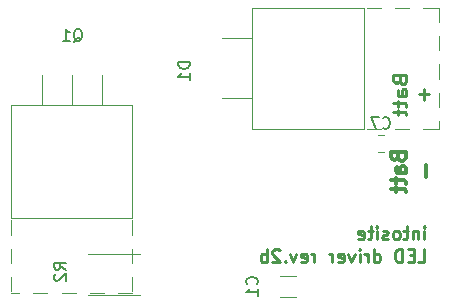
<source format=gbr>
%TF.GenerationSoftware,KiCad,Pcbnew,(5.1.9-0-10_14)*%
%TF.CreationDate,2021-03-17T00:33:25+08:00*%
%TF.ProjectId,xhp70-driver,78687037-302d-4647-9269-7665722e6b69,rev?*%
%TF.SameCoordinates,Original*%
%TF.FileFunction,Legend,Bot*%
%TF.FilePolarity,Positive*%
%FSLAX46Y46*%
G04 Gerber Fmt 4.6, Leading zero omitted, Abs format (unit mm)*
G04 Created by KiCad (PCBNEW (5.1.9-0-10_14)) date 2021-03-17 00:33:25*
%MOMM*%
%LPD*%
G01*
G04 APERTURE LIST*
%ADD10C,0.275000*%
%ADD11C,0.312500*%
%ADD12C,0.120000*%
%ADD13C,0.150000*%
G04 APERTURE END LIST*
D10*
X153309345Y-71035119D02*
X153309345Y-70301785D01*
X153309345Y-69935119D02*
X153361726Y-69987500D01*
X153309345Y-70039880D01*
X153256964Y-69987500D01*
X153309345Y-69935119D01*
X153309345Y-70039880D01*
X152785535Y-70301785D02*
X152785535Y-71035119D01*
X152785535Y-70406547D02*
X152733154Y-70354166D01*
X152628392Y-70301785D01*
X152471250Y-70301785D01*
X152366488Y-70354166D01*
X152314107Y-70458928D01*
X152314107Y-71035119D01*
X151947440Y-70301785D02*
X151528392Y-70301785D01*
X151790297Y-69935119D02*
X151790297Y-70877976D01*
X151737916Y-70982738D01*
X151633154Y-71035119D01*
X151528392Y-71035119D01*
X151004583Y-71035119D02*
X151109345Y-70982738D01*
X151161726Y-70930357D01*
X151214107Y-70825595D01*
X151214107Y-70511309D01*
X151161726Y-70406547D01*
X151109345Y-70354166D01*
X151004583Y-70301785D01*
X150847440Y-70301785D01*
X150742678Y-70354166D01*
X150690297Y-70406547D01*
X150637916Y-70511309D01*
X150637916Y-70825595D01*
X150690297Y-70930357D01*
X150742678Y-70982738D01*
X150847440Y-71035119D01*
X151004583Y-71035119D01*
X150218869Y-70982738D02*
X150114107Y-71035119D01*
X149904583Y-71035119D01*
X149799821Y-70982738D01*
X149747440Y-70877976D01*
X149747440Y-70825595D01*
X149799821Y-70720833D01*
X149904583Y-70668452D01*
X150061726Y-70668452D01*
X150166488Y-70616071D01*
X150218869Y-70511309D01*
X150218869Y-70458928D01*
X150166488Y-70354166D01*
X150061726Y-70301785D01*
X149904583Y-70301785D01*
X149799821Y-70354166D01*
X149276011Y-71035119D02*
X149276011Y-70301785D01*
X149276011Y-69935119D02*
X149328392Y-69987500D01*
X149276011Y-70039880D01*
X149223630Y-69987500D01*
X149276011Y-69935119D01*
X149276011Y-70039880D01*
X148909345Y-70301785D02*
X148490297Y-70301785D01*
X148752202Y-69935119D02*
X148752202Y-70877976D01*
X148699821Y-70982738D01*
X148595059Y-71035119D01*
X148490297Y-71035119D01*
X147704583Y-70982738D02*
X147809345Y-71035119D01*
X148018869Y-71035119D01*
X148123630Y-70982738D01*
X148176011Y-70877976D01*
X148176011Y-70458928D01*
X148123630Y-70354166D01*
X148018869Y-70301785D01*
X147809345Y-70301785D01*
X147704583Y-70354166D01*
X147652202Y-70458928D01*
X147652202Y-70563690D01*
X148176011Y-70668452D01*
X152785535Y-72960119D02*
X153309345Y-72960119D01*
X153309345Y-71860119D01*
X152418869Y-72383928D02*
X152052202Y-72383928D01*
X151895059Y-72960119D02*
X152418869Y-72960119D01*
X152418869Y-71860119D01*
X151895059Y-71860119D01*
X151423630Y-72960119D02*
X151423630Y-71860119D01*
X151161726Y-71860119D01*
X151004583Y-71912500D01*
X150899821Y-72017261D01*
X150847440Y-72122023D01*
X150795059Y-72331547D01*
X150795059Y-72488690D01*
X150847440Y-72698214D01*
X150899821Y-72802976D01*
X151004583Y-72907738D01*
X151161726Y-72960119D01*
X151423630Y-72960119D01*
X149014107Y-72960119D02*
X149014107Y-71860119D01*
X149014107Y-72907738D02*
X149118869Y-72960119D01*
X149328392Y-72960119D01*
X149433154Y-72907738D01*
X149485535Y-72855357D01*
X149537916Y-72750595D01*
X149537916Y-72436309D01*
X149485535Y-72331547D01*
X149433154Y-72279166D01*
X149328392Y-72226785D01*
X149118869Y-72226785D01*
X149014107Y-72279166D01*
X148490297Y-72960119D02*
X148490297Y-72226785D01*
X148490297Y-72436309D02*
X148437916Y-72331547D01*
X148385535Y-72279166D01*
X148280773Y-72226785D01*
X148176011Y-72226785D01*
X147809345Y-72960119D02*
X147809345Y-72226785D01*
X147809345Y-71860119D02*
X147861726Y-71912500D01*
X147809345Y-71964880D01*
X147756964Y-71912500D01*
X147809345Y-71860119D01*
X147809345Y-71964880D01*
X147390297Y-72226785D02*
X147128392Y-72960119D01*
X146866488Y-72226785D01*
X146028392Y-72907738D02*
X146133154Y-72960119D01*
X146342678Y-72960119D01*
X146447440Y-72907738D01*
X146499821Y-72802976D01*
X146499821Y-72383928D01*
X146447440Y-72279166D01*
X146342678Y-72226785D01*
X146133154Y-72226785D01*
X146028392Y-72279166D01*
X145976011Y-72383928D01*
X145976011Y-72488690D01*
X146499821Y-72593452D01*
X145504583Y-72960119D02*
X145504583Y-72226785D01*
X145504583Y-72436309D02*
X145452202Y-72331547D01*
X145399821Y-72279166D01*
X145295059Y-72226785D01*
X145190297Y-72226785D01*
X143985535Y-72960119D02*
X143985535Y-72226785D01*
X143985535Y-72436309D02*
X143933154Y-72331547D01*
X143880773Y-72279166D01*
X143776011Y-72226785D01*
X143671250Y-72226785D01*
X142885535Y-72907738D02*
X142990297Y-72960119D01*
X143199821Y-72960119D01*
X143304583Y-72907738D01*
X143356964Y-72802976D01*
X143356964Y-72383928D01*
X143304583Y-72279166D01*
X143199821Y-72226785D01*
X142990297Y-72226785D01*
X142885535Y-72279166D01*
X142833154Y-72383928D01*
X142833154Y-72488690D01*
X143356964Y-72593452D01*
X142466488Y-72226785D02*
X142204583Y-72960119D01*
X141942678Y-72226785D01*
X141523630Y-72855357D02*
X141471250Y-72907738D01*
X141523630Y-72960119D01*
X141576011Y-72907738D01*
X141523630Y-72855357D01*
X141523630Y-72960119D01*
X141052202Y-71964880D02*
X140999821Y-71912500D01*
X140895059Y-71860119D01*
X140633154Y-71860119D01*
X140528392Y-71912500D01*
X140476011Y-71964880D01*
X140423630Y-72069642D01*
X140423630Y-72174404D01*
X140476011Y-72331547D01*
X141104583Y-72960119D01*
X140423630Y-72960119D01*
X139952202Y-72960119D02*
X139952202Y-71860119D01*
X139952202Y-72279166D02*
X139847440Y-72226785D01*
X139637916Y-72226785D01*
X139533154Y-72279166D01*
X139480773Y-72331547D01*
X139428392Y-72436309D01*
X139428392Y-72750595D01*
X139480773Y-72855357D01*
X139533154Y-72907738D01*
X139637916Y-72960119D01*
X139847440Y-72960119D01*
X139952202Y-72907738D01*
D11*
X151066964Y-64059523D02*
X151126488Y-64238095D01*
X151186011Y-64297619D01*
X151305059Y-64357142D01*
X151483630Y-64357142D01*
X151602678Y-64297619D01*
X151662202Y-64238095D01*
X151721726Y-64119047D01*
X151721726Y-63642857D01*
X150471726Y-63642857D01*
X150471726Y-64059523D01*
X150531250Y-64178571D01*
X150590773Y-64238095D01*
X150709821Y-64297619D01*
X150828869Y-64297619D01*
X150947916Y-64238095D01*
X151007440Y-64178571D01*
X151066964Y-64059523D01*
X151066964Y-63642857D01*
X151721726Y-65428571D02*
X151066964Y-65428571D01*
X150947916Y-65369047D01*
X150888392Y-65250000D01*
X150888392Y-65011904D01*
X150947916Y-64892857D01*
X151662202Y-65428571D02*
X151721726Y-65309523D01*
X151721726Y-65011904D01*
X151662202Y-64892857D01*
X151543154Y-64833333D01*
X151424107Y-64833333D01*
X151305059Y-64892857D01*
X151245535Y-65011904D01*
X151245535Y-65309523D01*
X151186011Y-65428571D01*
X150888392Y-65845238D02*
X150888392Y-66321428D01*
X150471726Y-66023809D02*
X151543154Y-66023809D01*
X151662202Y-66083333D01*
X151721726Y-66202380D01*
X151721726Y-66321428D01*
X150888392Y-66559523D02*
X150888392Y-67035714D01*
X150471726Y-66738095D02*
X151543154Y-66738095D01*
X151662202Y-66797619D01*
X151721726Y-66916666D01*
X151721726Y-67035714D01*
X153433035Y-64773809D02*
X153433035Y-65726190D01*
D10*
X151208928Y-57559523D02*
X151261309Y-57738095D01*
X151313690Y-57797619D01*
X151418452Y-57857142D01*
X151575595Y-57857142D01*
X151680357Y-57797619D01*
X151732738Y-57738095D01*
X151785119Y-57619047D01*
X151785119Y-57142857D01*
X150685119Y-57142857D01*
X150685119Y-57559523D01*
X150737500Y-57678571D01*
X150789880Y-57738095D01*
X150894642Y-57797619D01*
X150999404Y-57797619D01*
X151104166Y-57738095D01*
X151156547Y-57678571D01*
X151208928Y-57559523D01*
X151208928Y-57142857D01*
X151785119Y-58928571D02*
X151208928Y-58928571D01*
X151104166Y-58869047D01*
X151051785Y-58750000D01*
X151051785Y-58511904D01*
X151104166Y-58392857D01*
X151732738Y-58928571D02*
X151785119Y-58809523D01*
X151785119Y-58511904D01*
X151732738Y-58392857D01*
X151627976Y-58333333D01*
X151523214Y-58333333D01*
X151418452Y-58392857D01*
X151366071Y-58511904D01*
X151366071Y-58809523D01*
X151313690Y-58928571D01*
X151051785Y-59345238D02*
X151051785Y-59821428D01*
X150685119Y-59523809D02*
X151627976Y-59523809D01*
X151732738Y-59583333D01*
X151785119Y-59702380D01*
X151785119Y-59821428D01*
X151051785Y-60059523D02*
X151051785Y-60535714D01*
X150685119Y-60238095D02*
X151627976Y-60238095D01*
X151732738Y-60297619D01*
X151785119Y-60416666D01*
X151785119Y-60535714D01*
X153291071Y-58273809D02*
X153291071Y-59226190D01*
X153710119Y-58750000D02*
X152872023Y-58750000D01*
D12*
%TO.C,C7*%
X149861252Y-62165000D02*
X149338748Y-62165000D01*
X149861252Y-63635000D02*
X149338748Y-63635000D01*
%TO.C,Q1*%
X120920000Y-57150000D02*
X120920000Y-59690000D01*
X123460000Y-57150000D02*
X123460000Y-59690000D01*
X126000000Y-57150000D02*
X126000000Y-59690000D01*
X118340000Y-74220000D02*
X118340000Y-75420000D01*
X118340000Y-71820000D02*
X118340000Y-73020000D01*
X118340000Y-69420000D02*
X118340000Y-70620000D01*
X128580000Y-74220000D02*
X128580000Y-75420000D01*
X128580000Y-71820000D02*
X128580000Y-73020000D01*
X128580000Y-69420000D02*
X128580000Y-70620000D01*
X118980000Y-75580000D02*
X118340000Y-75580000D01*
X121380000Y-75580000D02*
X120180000Y-75580000D01*
X123780000Y-75580000D02*
X122580000Y-75580000D01*
X126181000Y-75580000D02*
X124980000Y-75580000D01*
X128580000Y-75580000D02*
X127380000Y-75580000D01*
X118340000Y-59690000D02*
X118340000Y-69180000D01*
X128580000Y-59690000D02*
X128580000Y-69180000D01*
X128580000Y-69180000D02*
X118340000Y-69180000D01*
X128580000Y-59690000D02*
X118340000Y-59690000D01*
%TO.C,D1*%
X136165000Y-59080000D02*
X138690000Y-59080000D01*
X136150000Y-54000000D02*
X138690000Y-54000000D01*
X153220000Y-61660000D02*
X154420000Y-61660000D01*
X150820000Y-61660000D02*
X152020000Y-61660000D01*
X148420000Y-61660000D02*
X149620000Y-61660000D01*
X153220000Y-51420000D02*
X154420000Y-51420000D01*
X150820000Y-51420000D02*
X152020000Y-51420000D01*
X148420000Y-51420000D02*
X149620000Y-51420000D01*
X154580000Y-61020000D02*
X154580000Y-61660000D01*
X154580000Y-58620000D02*
X154580000Y-59820000D01*
X154580000Y-56220000D02*
X154580000Y-57420000D01*
X154580000Y-53819000D02*
X154580000Y-55020000D01*
X154580000Y-51420000D02*
X154580000Y-52620000D01*
X138690000Y-61660000D02*
X148180000Y-61660000D01*
X138690000Y-51420000D02*
X148180000Y-51420000D01*
X148180000Y-51420000D02*
X148180000Y-61660000D01*
X138690000Y-51420000D02*
X138690000Y-61660000D01*
%TO.C,R2*%
X129214564Y-72290000D02*
X124860436Y-72290000D01*
X129214564Y-75710000D02*
X124860436Y-75710000D01*
%TO.C,C1*%
X141038748Y-75910000D02*
X142461252Y-75910000D01*
X141038748Y-74090000D02*
X142461252Y-74090000D01*
%TO.C,C7*%
D13*
X149766666Y-61577142D02*
X149814285Y-61624761D01*
X149957142Y-61672380D01*
X150052380Y-61672380D01*
X150195238Y-61624761D01*
X150290476Y-61529523D01*
X150338095Y-61434285D01*
X150385714Y-61243809D01*
X150385714Y-61100952D01*
X150338095Y-60910476D01*
X150290476Y-60815238D01*
X150195238Y-60720000D01*
X150052380Y-60672380D01*
X149957142Y-60672380D01*
X149814285Y-60720000D01*
X149766666Y-60767619D01*
X149433333Y-60672380D02*
X148766666Y-60672380D01*
X149195238Y-61672380D01*
%TO.C,Q1*%
X123595238Y-54297619D02*
X123690476Y-54250000D01*
X123785714Y-54154761D01*
X123928571Y-54011904D01*
X124023809Y-53964285D01*
X124119047Y-53964285D01*
X124071428Y-54202380D02*
X124166666Y-54154761D01*
X124261904Y-54059523D01*
X124309523Y-53869047D01*
X124309523Y-53535714D01*
X124261904Y-53345238D01*
X124166666Y-53250000D01*
X124071428Y-53202380D01*
X123880952Y-53202380D01*
X123785714Y-53250000D01*
X123690476Y-53345238D01*
X123642857Y-53535714D01*
X123642857Y-53869047D01*
X123690476Y-54059523D01*
X123785714Y-54154761D01*
X123880952Y-54202380D01*
X124071428Y-54202380D01*
X122690476Y-54202380D02*
X123261904Y-54202380D01*
X122976190Y-54202380D02*
X122976190Y-53202380D01*
X123071428Y-53345238D01*
X123166666Y-53440476D01*
X123261904Y-53488095D01*
%TO.C,D1*%
X133452380Y-56011904D02*
X132452380Y-56011904D01*
X132452380Y-56250000D01*
X132500000Y-56392857D01*
X132595238Y-56488095D01*
X132690476Y-56535714D01*
X132880952Y-56583333D01*
X133023809Y-56583333D01*
X133214285Y-56535714D01*
X133309523Y-56488095D01*
X133404761Y-56392857D01*
X133452380Y-56250000D01*
X133452380Y-56011904D01*
X133452380Y-57535714D02*
X133452380Y-56964285D01*
X133452380Y-57250000D02*
X132452380Y-57250000D01*
X132595238Y-57154761D01*
X132690476Y-57059523D01*
X132738095Y-56964285D01*
%TO.C,R2*%
X122952380Y-73583333D02*
X122476190Y-73250000D01*
X122952380Y-73011904D02*
X121952380Y-73011904D01*
X121952380Y-73392857D01*
X122000000Y-73488095D01*
X122047619Y-73535714D01*
X122142857Y-73583333D01*
X122285714Y-73583333D01*
X122380952Y-73535714D01*
X122428571Y-73488095D01*
X122476190Y-73392857D01*
X122476190Y-73011904D01*
X122047619Y-73964285D02*
X122000000Y-74011904D01*
X121952380Y-74107142D01*
X121952380Y-74345238D01*
X122000000Y-74440476D01*
X122047619Y-74488095D01*
X122142857Y-74535714D01*
X122238095Y-74535714D01*
X122380952Y-74488095D01*
X122952380Y-73916666D01*
X122952380Y-74535714D01*
%TO.C,C1*%
X139107142Y-74833333D02*
X139154761Y-74785714D01*
X139202380Y-74642857D01*
X139202380Y-74547619D01*
X139154761Y-74404761D01*
X139059523Y-74309523D01*
X138964285Y-74261904D01*
X138773809Y-74214285D01*
X138630952Y-74214285D01*
X138440476Y-74261904D01*
X138345238Y-74309523D01*
X138250000Y-74404761D01*
X138202380Y-74547619D01*
X138202380Y-74642857D01*
X138250000Y-74785714D01*
X138297619Y-74833333D01*
X139202380Y-75785714D02*
X139202380Y-75214285D01*
X139202380Y-75500000D02*
X138202380Y-75500000D01*
X138345238Y-75404761D01*
X138440476Y-75309523D01*
X138488095Y-75214285D01*
%TD*%
M02*

</source>
